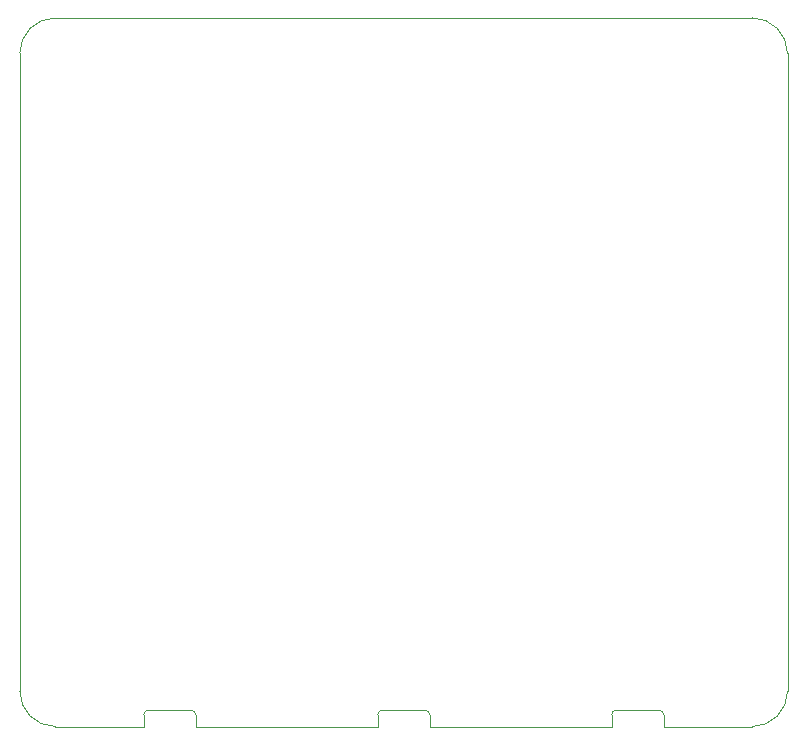
<source format=gm1>
G04 #@! TF.GenerationSoftware,KiCad,Pcbnew,7.0.9*
G04 #@! TF.CreationDate,2023-11-29T14:02:09+00:00*
G04 #@! TF.ProjectId,RPi-400-MIDI-MiniDexed,5250692d-3430-4302-9d4d-4944492d4d69,rev?*
G04 #@! TF.SameCoordinates,Original*
G04 #@! TF.FileFunction,Profile,NP*
%FSLAX46Y46*%
G04 Gerber Fmt 4.6, Leading zero omitted, Abs format (unit mm)*
G04 Created by KiCad (PCBNEW 7.0.9) date 2023-11-29 14:02:09*
%MOMM*%
%LPD*%
G01*
G04 APERTURE LIST*
G04 #@! TA.AperFunction,Profile*
%ADD10C,0.100000*%
G04 #@! TD*
G04 #@! TA.AperFunction,Profile*
%ADD11C,0.120000*%
G04 #@! TD*
G04 APERTURE END LIST*
D10*
X165000000Y-73000000D02*
G75*
G03*
X162000000Y-70000000I-3000000J0D01*
G01*
X165000000Y-127000000D02*
X165000000Y-73000000D01*
X100000000Y-73000000D02*
X100000000Y-127000000D01*
X139000000Y-130000000D02*
X145800000Y-130000000D01*
X100000000Y-127000000D02*
G75*
G03*
X103000000Y-130000000I3000000J0D01*
G01*
X158800000Y-130000000D02*
X162000000Y-130000000D01*
X103000000Y-130000000D02*
X106200000Y-130000000D01*
X162000000Y-130000000D02*
G75*
G03*
X165000000Y-127000000I0J3000000D01*
G01*
X103000000Y-70000000D02*
G75*
G03*
X100000000Y-73000000I0J-3000000D01*
G01*
X119200000Y-130000000D02*
X126000000Y-130000000D01*
X162000000Y-70000000D02*
X103000000Y-70000000D01*
D11*
X130300000Y-129000000D02*
X130300000Y-130000000D01*
X130300000Y-130000000D02*
X126000000Y-130000000D01*
X134300000Y-128600000D02*
X130700000Y-128600000D01*
X134700000Y-129000000D02*
X134700000Y-130000000D01*
X134700000Y-130000000D02*
X139000000Y-130000000D01*
X130700000Y-128600000D02*
G75*
G03*
X130300000Y-129000000I2J-400002D01*
G01*
X134700000Y-129000000D02*
G75*
G03*
X134300000Y-128600000I-400000J0D01*
G01*
X150100000Y-129000000D02*
X150100000Y-130000000D01*
X150100000Y-130000000D02*
X145800000Y-130000000D01*
X154100000Y-128600000D02*
X150500000Y-128600000D01*
X154500000Y-129000000D02*
X154500000Y-130000000D01*
X154500000Y-130000000D02*
X158800000Y-130000000D01*
X150500000Y-128600000D02*
G75*
G03*
X150100000Y-129000000I2J-400002D01*
G01*
X154500000Y-129000000D02*
G75*
G03*
X154100000Y-128600000I-400000J0D01*
G01*
X110500000Y-129000000D02*
X110500000Y-130000000D01*
X110500000Y-130000000D02*
X106200000Y-130000000D01*
X114500000Y-128600000D02*
X110900000Y-128600000D01*
X114900000Y-129000000D02*
X114900000Y-130000000D01*
X114900000Y-130000000D02*
X119200000Y-130000000D01*
X110900000Y-128600000D02*
G75*
G03*
X110500000Y-129000000I2J-400002D01*
G01*
X114900000Y-129000000D02*
G75*
G03*
X114500000Y-128600000I-400000J0D01*
G01*
M02*

</source>
